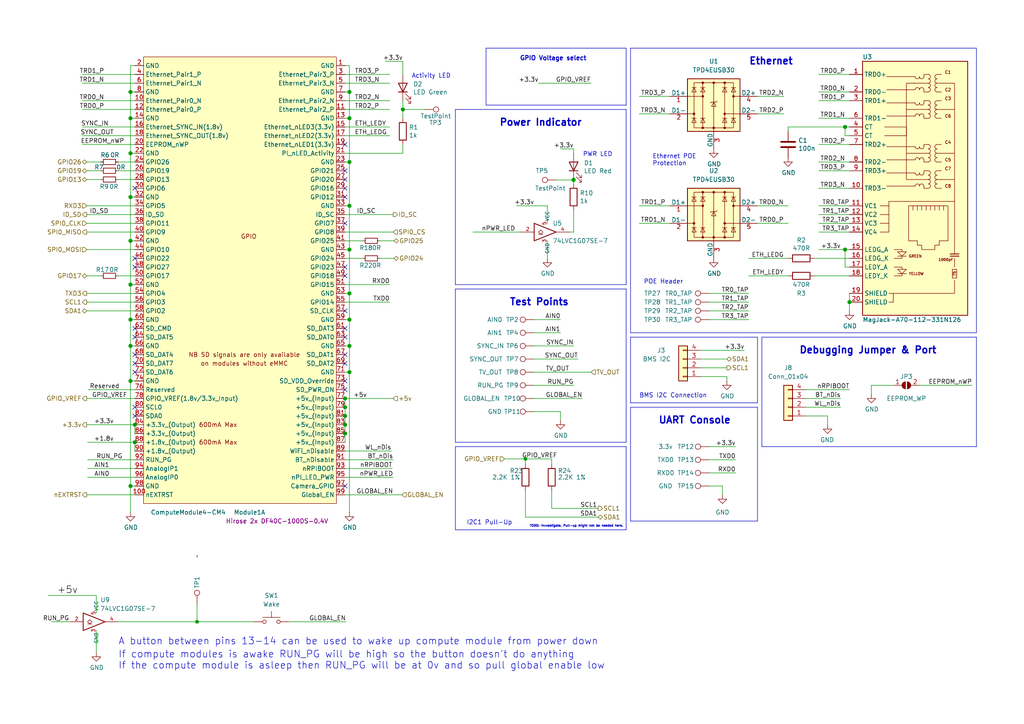
<source format=kicad_sch>
(kicad_sch (version 20211123) (generator eeschema)
  (paper "A4")
  (junction (at 37.846 92.71) (diameter 1.016))
  (junction (at 101.346 59.69) (diameter 1.016))
  (junction (at 152.4 133.096))
  (junction (at 101.346 46.99) (diameter 1.016))
  (junction (at 101.346 72.39) (diameter 1.016))
  (junction (at 246.38 87.63) (diameter 1.016))
  (junction (at 101.346 26.67) (diameter 1.016))
  (junction (at 245.11 36.83) (diameter 1.016))
  (junction (at 100.076 125.73) (diameter 1.016))
  (junction (at 101.346 85.09) (diameter 1.016))
  (junction (at 37.846 69.85) (diameter 1.016))
  (junction (at 57.15 180.34))
  (junction (at 37.846 26.67) (diameter 1.016))
  (junction (at 100.076 120.65) (diameter 1.016))
  (junction (at 245.11 72.39) (diameter 1.016))
  (junction (at 37.846 100.33) (diameter 1.016))
  (junction (at 37.846 44.45) (diameter 1.016))
  (junction (at 39.116 123.19) (diameter 1.016))
  (junction (at 166.37 52.07))
  (junction (at 116.84 31.75) (diameter 1.016))
  (junction (at 101.346 107.95) (diameter 1.016))
  (junction (at 101.346 34.29) (diameter 1.016))
  (junction (at 166.37 52.197) (diameter 1.016))
  (junction (at 101.346 92.71) (diameter 1.016))
  (junction (at 100.076 115.57) (diameter 1.016))
  (junction (at 100.076 123.19) (diameter 1.016))
  (junction (at 101.346 100.33) (diameter 1.016))
  (junction (at 37.846 82.55) (diameter 1.016))
  (junction (at 39.116 128.27) (diameter 1.016))
  (junction (at 37.846 110.49) (diameter 1.016))
  (junction (at 37.846 34.29) (diameter 1.016))
  (junction (at 37.846 57.15) (diameter 1.016))
  (junction (at 37.846 140.97) (diameter 1.016))
  (junction (at 100.076 118.11) (diameter 1.016))
  (no_connect (at 39.116 77.47))
  (no_connect (at 39.116 74.93))
  (no_connect (at 39.116 95.25))
  (no_connect (at 100.076 49.53))
  (no_connect (at 100.076 52.07))
  (no_connect (at 100.076 54.61))
  (no_connect (at 100.076 77.47))
  (no_connect (at 100.076 80.01))
  (no_connect (at 100.076 90.17))
  (no_connect (at 39.116 54.61))
  (no_connect (at 100.076 102.87))
  (no_connect (at 100.076 105.41))
  (no_connect (at 100.076 113.03))
  (no_connect (at 100.076 95.25))
  (no_connect (at 100.076 97.79))
  (no_connect (at 100.076 57.15))
  (no_connect (at 100.076 64.77))
  (no_connect (at 100.076 110.49))
  (no_connect (at 39.116 120.65))
  (no_connect (at 39.116 118.11))
  (no_connect (at 100.076 140.97))
  (no_connect (at 39.116 97.79))
  (no_connect (at 100.076 41.91))
  (no_connect (at 39.116 107.95))
  (no_connect (at 39.116 105.41))
  (no_connect (at 39.116 102.87))
  (polyline (pts (xy 181.61 129.54) (xy 181.61 153.67)) (stroke (width 0) (type solid)))
  (polyline (pts (xy 132.08 82.55) (xy 132.08 31.75)) (stroke (width 0) (type solid)))
  (wire (pts (xy 23.876 36.83) (xy 39.116 36.83)))
  (wire (pts (xy 37.846 57.15) (xy 39.116 57.15)))
  (wire (pts (xy 100.076 44.45) (xy 116.84 44.45)))
  (wire (pts (xy 237.49 21.59) (xy 246.38 21.59)))
  (wire (pts (xy 210.82 110.49) (xy 210.82 109.22)))
  (wire (pts (xy 34.29 49.53) (xy 39.116 49.53)))
  (wire (pts (xy 110.236 69.85) (xy 114.3 69.85)))
  (wire (pts (xy 152.4 133.096) (xy 152.4 134.62)))
  (wire (pts (xy 101.346 107.95) (xy 101.346 148.59)))
  (wire (pts (xy 100.076 21.59) (xy 113.03 21.59)))
  (polyline (pts (xy 181.61 30.48) (xy 142.24 30.48)) (stroke (width 0) (type solid)))
  (wire (pts (xy 237.49 34.29) (xy 246.38 34.29)))
  (polyline (pts (xy 219.71 151.13) (xy 182.88 151.13)) (stroke (width 0) (type solid)))
  (polyline (pts (xy 283.21 97.79) (xy 283.21 129.54)) (stroke (width 0) (type solid)))
  (wire (pts (xy 83.82 180.34) (xy 100.33 180.34)))
  (wire (pts (xy 245.11 72.39) (xy 246.38 72.39)))
  (wire (pts (xy 217.17 92.71) (xy 205.74 92.71)))
  (wire (pts (xy 101.346 46.99) (xy 101.346 59.69)))
  (wire (pts (xy 160.02 142.24) (xy 160.02 147.447)))
  (wire (pts (xy 37.846 44.45) (xy 37.846 57.15)))
  (wire (pts (xy 34.29 180.34) (xy 57.15 180.34)))
  (polyline (pts (xy 283.21 13.97) (xy 283.21 96.52)) (stroke (width 0) (type solid)))
  (wire (pts (xy 100.076 85.09) (xy 101.346 85.09)))
  (wire (pts (xy 100.076 74.93) (xy 105.156 74.93)))
  (polyline (pts (xy 142.24 13.97) (xy 140.97 13.97)) (stroke (width 0) (type solid)))
  (wire (pts (xy 158.75 59.69) (xy 149.86 59.69)))
  (polyline (pts (xy 182.88 97.79) (xy 182.88 116.84)) (stroke (width 0) (type solid)))
  (wire (pts (xy 25.146 85.09) (xy 39.116 85.09)))
  (wire (pts (xy 27.94 172.72) (xy 27.94 177.8)))
  (wire (pts (xy 25.146 59.69) (xy 39.116 59.69)))
  (wire (pts (xy 25.4 138.43) (xy 39.116 138.43)))
  (polyline (pts (xy 220.98 97.79) (xy 283.21 97.79)) (stroke (width 0) (type solid)))
  (wire (pts (xy 34.29 80.01) (xy 39.116 80.01)))
  (polyline (pts (xy 181.61 83.82) (xy 181.61 128.27)) (stroke (width 0) (type solid)))
  (wire (pts (xy 203.2 109.22) (xy 210.82 109.22)))
  (polyline (pts (xy 132.08 83.82) (xy 181.61 83.82)) (stroke (width 0) (type solid)))
  (wire (pts (xy 154.94 115.57) (xy 168.91 115.57)))
  (polyline (pts (xy 132.08 128.27) (xy 132.08 83.82)) (stroke (width 0) (type solid)))
  (wire (pts (xy 217.17 90.17) (xy 205.74 90.17)))
  (wire (pts (xy 228.6 38.1) (xy 228.6 36.83)))
  (wire (pts (xy 100.076 34.29) (xy 101.346 34.29)))
  (wire (pts (xy 25.146 115.57) (xy 39.116 115.57)))
  (wire (pts (xy 266.7 111.76) (xy 281.94 111.76)))
  (wire (pts (xy 101.346 85.09) (xy 101.346 92.71)))
  (wire (pts (xy 160.02 133.096) (xy 160.02 134.62)))
  (wire (pts (xy 37.846 19.05) (xy 37.846 26.67)))
  (polyline (pts (xy 283.21 129.54) (xy 220.98 129.54)) (stroke (width 0) (type solid)))
  (wire (pts (xy 100.076 36.83) (xy 113.03 36.83)))
  (wire (pts (xy 152.4 149.987) (xy 173.482 149.987)))
  (wire (pts (xy 154.94 111.76) (xy 166.37 111.76)))
  (wire (pts (xy 34.29 46.99) (xy 39.116 46.99)))
  (polyline (pts (xy 181.61 128.27) (xy 132.08 128.27)) (stroke (width 0) (type solid)))
  (wire (pts (xy 205.74 85.09) (xy 217.17 85.09)))
  (wire (pts (xy 154.94 100.33) (xy 166.37 100.33)))
  (wire (pts (xy 37.846 69.85) (xy 39.116 69.85)))
  (wire (pts (xy 100.076 19.05) (xy 101.346 19.05)))
  (wire (pts (xy 25.4 133.35) (xy 39.116 133.35)))
  (wire (pts (xy 100.076 107.95) (xy 101.346 107.95)))
  (wire (pts (xy 205.74 87.63) (xy 217.17 87.63)))
  (wire (pts (xy 252.73 114.3) (xy 252.73 111.76)))
  (wire (pts (xy 236.22 74.93) (xy 246.38 74.93)))
  (wire (pts (xy 233.68 113.03) (xy 246.38 113.03)))
  (wire (pts (xy 23.876 39.37) (xy 39.116 39.37)))
  (wire (pts (xy 237.49 59.69) (xy 246.38 59.69)))
  (wire (pts (xy 152.4 142.24) (xy 152.4 149.987)))
  (wire (pts (xy 25.146 87.63) (xy 39.116 87.63)))
  (wire (pts (xy 39.116 67.31) (xy 25.146 67.31)))
  (wire (pts (xy 100.076 46.99) (xy 101.346 46.99)))
  (wire (pts (xy 100.076 138.43) (xy 114.046 138.43)))
  (wire (pts (xy 100.076 26.67) (xy 101.346 26.67)))
  (wire (pts (xy 236.22 80.01) (xy 246.38 80.01)))
  (wire (pts (xy 39.116 72.39) (xy 25.146 72.39)))
  (wire (pts (xy 100.076 24.13) (xy 113.03 24.13)))
  (wire (pts (xy 39.116 19.05) (xy 37.846 19.05)))
  (wire (pts (xy 166.37 43.18) (xy 162.56 43.18)))
  (wire (pts (xy 25.4 128.27) (xy 39.116 128.27)))
  (wire (pts (xy 100.076 120.65) (xy 100.076 123.19)))
  (wire (pts (xy 100.076 130.81) (xy 113.538 130.81)))
  (wire (pts (xy 39.116 128.27) (xy 39.37 128.27)))
  (polyline (pts (xy 132.08 31.75) (xy 181.61 31.75)) (stroke (width 0) (type solid)))
  (wire (pts (xy 205.74 129.54) (xy 213.36 129.54)))
  (wire (pts (xy 39.116 140.97) (xy 37.846 140.97)))
  (wire (pts (xy 34.29 52.07) (xy 39.116 52.07)))
  (wire (pts (xy 205.74 140.97) (xy 209.55 140.97)))
  (wire (pts (xy 13.97 172.72) (xy 27.94 172.72)))
  (wire (pts (xy 110.236 74.93) (xy 114.3 74.93)))
  (wire (pts (xy 194.31 64.77) (xy 185.42 64.77)))
  (wire (pts (xy 100.076 115.57) (xy 114.046 115.57)))
  (wire (pts (xy 101.346 92.71) (xy 101.346 100.33)))
  (wire (pts (xy 37.846 82.55) (xy 39.116 82.55)))
  (wire (pts (xy 100.076 62.23) (xy 114.046 62.23)))
  (wire (pts (xy 209.55 140.97) (xy 209.55 143.51)))
  (wire (pts (xy 101.346 72.39) (xy 101.346 85.09)))
  (wire (pts (xy 166.37 44.45) (xy 166.37 43.18)))
  (wire (pts (xy 237.49 67.31) (xy 246.38 67.31)))
  (wire (pts (xy 37.846 92.71) (xy 39.116 92.71)))
  (wire (pts (xy 100.076 69.85) (xy 105.156 69.85)))
  (polyline (pts (xy 140.97 30.48) (xy 140.97 13.97)) (stroke (width 0) (type solid)))
  (wire (pts (xy 37.846 110.49) (xy 37.846 140.97)))
  (wire (pts (xy 237.49 62.23) (xy 246.38 62.23)))
  (wire (pts (xy 245.11 77.47) (xy 245.11 72.39)))
  (polyline (pts (xy 181.61 13.97) (xy 181.61 30.48)) (stroke (width 0) (type solid)))
  (wire (pts (xy 246.38 85.09) (xy 246.38 87.63)))
  (wire (pts (xy 100.076 125.73) (xy 100.076 128.27)))
  (wire (pts (xy 25.146 62.23) (xy 39.116 62.23)))
  (wire (pts (xy 205.74 137.16) (xy 213.36 137.16)))
  (wire (pts (xy 25.146 80.01) (xy 29.21 80.01)))
  (wire (pts (xy 25.146 46.99) (xy 29.21 46.99)))
  (wire (pts (xy 100.076 59.69) (xy 101.346 59.69)))
  (wire (pts (xy 237.49 64.77) (xy 246.38 64.77)))
  (wire (pts (xy 100.076 118.11) (xy 100.076 120.65)))
  (wire (pts (xy 25.4 135.89) (xy 39.116 135.89)))
  (wire (pts (xy 158.75 69.85) (xy 158.75 74.93)))
  (wire (pts (xy 166.37 60.96) (xy 166.37 67.31)))
  (wire (pts (xy 156.21 24.13) (xy 171.45 24.13)))
  (wire (pts (xy 100.076 29.21) (xy 113.03 29.21)))
  (wire (pts (xy 100.076 135.89) (xy 113.792 135.89)))
  (wire (pts (xy 100.076 123.19) (xy 100.076 125.73)))
  (wire (pts (xy 23.876 41.91) (xy 39.116 41.91)))
  (wire (pts (xy 23.876 21.59) (xy 39.116 21.59)))
  (wire (pts (xy 160.02 147.447) (xy 173.482 147.447)))
  (wire (pts (xy 237.49 26.67) (xy 246.38 26.67)))
  (wire (pts (xy 100.076 31.75) (xy 113.03 31.75)))
  (wire (pts (xy 166.37 52.07) (xy 166.37 52.197)))
  (wire (pts (xy 237.49 72.39) (xy 245.11 72.39)))
  (wire (pts (xy 203.2 101.6) (xy 215.9 101.6)))
  (wire (pts (xy 219.71 59.69) (xy 228.6 59.69)))
  (wire (pts (xy 100.076 39.37) (xy 113.03 39.37)))
  (wire (pts (xy 228.6 36.83) (xy 245.11 36.83)))
  (wire (pts (xy 37.846 100.33) (xy 39.116 100.33)))
  (wire (pts (xy 166.37 67.31) (xy 165.1 67.31)))
  (wire (pts (xy 100.076 82.55) (xy 113.03 82.55)))
  (wire (pts (xy 100.076 67.31) (xy 114.046 67.31)))
  (wire (pts (xy 154.94 92.71) (xy 162.56 92.71)))
  (wire (pts (xy 185.42 27.94) (xy 194.31 27.94)))
  (wire (pts (xy 25.146 143.51) (xy 39.116 143.51)))
  (wire (pts (xy 233.68 115.57) (xy 243.84 115.57)))
  (polyline (pts (xy 181.61 82.55) (xy 132.08 82.55)) (stroke (width 0) (type solid)))
  (wire (pts (xy 57.15 180.34) (xy 73.66 180.34)))
  (polyline (pts (xy 219.71 97.79) (xy 219.71 116.84)) (stroke (width 0) (type solid)))
  (wire (pts (xy 152.4 133.096) (xy 160.02 133.096)))
  (wire (pts (xy 101.346 26.67) (xy 101.346 34.29)))
  (polyline (pts (xy 283.21 96.52) (xy 182.88 96.52)) (stroke (width 0) (type solid)))
  (wire (pts (xy 39.116 125.73) (xy 39.116 123.19)))
  (wire (pts (xy 237.49 41.91) (xy 246.38 41.91)))
  (wire (pts (xy 158.75 64.77) (xy 158.75 59.69)))
  (polyline (pts (xy 182.88 151.13) (xy 182.88 118.11)) (stroke (width 0) (type solid)))
  (polyline (pts (xy 142.24 13.97) (xy 181.61 13.97)) (stroke (width 0) (type solid)))
  (wire (pts (xy 116.84 31.75) (xy 116.84 29.21)))
  (polyline (pts (xy 219.71 116.84) (xy 182.88 116.84)) (stroke (width 0) (type solid)))
  (wire (pts (xy 217.17 80.01) (xy 228.6 80.01)))
  (wire (pts (xy 161.3662 52.197) (xy 166.37 52.197)))
  (polyline (pts (xy 182.88 97.79) (xy 219.71 97.79)) (stroke (width 0) (type solid)))
  (wire (pts (xy 39.116 130.81) (xy 39.116 128.27)))
  (polyline (pts (xy 181.61 153.67) (xy 132.08 153.67)) (stroke (width 0) (type solid)))
  (wire (pts (xy 101.346 59.69) (xy 101.346 72.39)))
  (wire (pts (xy 166.37 52.197) (xy 166.37 53.34)))
  (wire (pts (xy 116.84 21.59) (xy 116.84 17.78)))
  (wire (pts (xy 219.71 33.02) (xy 227.33 33.02)))
  (wire (pts (xy 100.076 100.33) (xy 101.346 100.33)))
  (wire (pts (xy 100.076 143.51) (xy 116.586 143.51)))
  (wire (pts (xy 37.846 110.49) (xy 39.116 110.49)))
  (wire (pts (xy 240.03 123.19) (xy 240.03 120.65)))
  (wire (pts (xy 100.076 133.35) (xy 114.046 133.35)))
  (wire (pts (xy 37.846 44.45) (xy 39.116 44.45)))
  (polyline (pts (xy 182.88 118.11) (xy 219.71 118.11)) (stroke (width 0) (type solid)))
  (polyline (pts (xy 182.88 96.52) (xy 182.88 13.97)) (stroke (width 0) (type solid)))
  (wire (pts (xy 100.076 115.57) (xy 100.076 118.11)))
  (wire (pts (xy 219.71 27.94) (xy 227.33 27.94)))
  (polyline (pts (xy 181.61 31.75) (xy 181.61 82.55)) (stroke (width 0) (type solid)))
  (wire (pts (xy 217.17 74.93) (xy 228.6 74.93)))
  (wire (pts (xy 39.116 34.29) (xy 37.846 34.29)))
  (wire (pts (xy 101.346 34.29) (xy 101.346 46.99)))
  (wire (pts (xy 233.68 118.11) (xy 243.84 118.11)))
  (wire (pts (xy 23.876 29.21) (xy 39.116 29.21)))
  (wire (pts (xy 185.42 33.02) (xy 194.31 33.02)))
  (wire (pts (xy 25.146 52.07) (xy 29.21 52.07)))
  (wire (pts (xy 37.846 34.29) (xy 37.846 44.45)))
  (polyline (pts (xy 140.97 30.48) (xy 142.24 30.48)) (stroke (width 0) (type solid)))
  (wire (pts (xy 25.146 90.17) (xy 39.116 90.17)))
  (wire (pts (xy 100.076 92.71) (xy 101.346 92.71)))
  (wire (pts (xy 39.116 26.67) (xy 37.846 26.67)))
  (wire (pts (xy 25.146 49.53) (xy 29.21 49.53)))
  (wire (pts (xy 27.94 182.88) (xy 27.94 189.23)))
  (wire (pts (xy 37.846 82.55) (xy 37.846 92.71)))
  (wire (pts (xy 246.38 87.63) (xy 246.38 90.17)))
  (wire (pts (xy 25.6032 113.03) (xy 39.116 113.03)))
  (wire (pts (xy 146.304 133.096) (xy 152.4 133.096)))
  (polyline (pts (xy 220.98 97.79) (xy 220.98 129.54)) (stroke (width 0) (type solid)))
  (wire (pts (xy 162.56 119.38) (xy 162.56 121.92)))
  (wire (pts (xy 111.76 17.78) (xy 116.84 17.78)))
  (wire (pts (xy 37.846 92.71) (xy 37.846 100.33)))
  (wire (pts (xy 246.38 77.47) (xy 245.11 77.47)))
  (wire (pts (xy 154.94 107.95) (xy 171.45 107.95)))
  (wire (pts (xy 37.846 100.33) (xy 37.846 110.49)))
  (wire (pts (xy 101.346 19.05) (xy 101.346 26.67)))
  (wire (pts (xy 37.846 140.97) (xy 37.846 148.59)))
  (wire (pts (xy 25.146 123.19) (xy 39.116 123.19)))
  (wire (pts (xy 237.49 54.61) (xy 246.38 54.61)))
  (wire (pts (xy 185.42 59.69) (xy 194.31 59.69)))
  (wire (pts (xy 246.38 39.37) (xy 245.11 39.37)))
  (wire (pts (xy 137.16 67.31) (xy 151.13 67.31)))
  (wire (pts (xy 240.03 120.65) (xy 233.68 120.65)))
  (wire (pts (xy 245.11 39.37) (xy 245.11 36.83)))
  (wire (pts (xy 37.846 57.15) (xy 37.846 69.85)))
  (polyline (pts (xy 132.08 129.54) (xy 181.61 129.54)) (stroke (width 0) (type solid)))
  (wire (pts (xy 101.346 100.33) (xy 101.346 107.95)))
  (wire (pts (xy 154.94 104.14) (xy 167.64 104.14)))
  (wire (pts (xy 205.74 133.35) (xy 213.36 133.35)))
  (polyline (pts (xy 219.71 118.11) (xy 219.71 151.13)) (stroke (width 0) (type solid)))
  (wire (pts (xy 23.876 24.13) (xy 39.116 24.13)))
  (wire (pts (xy 14.986 180.34) (xy 20.32 180.34)))
  (wire (pts (xy 203.2 106.68) (xy 210.82 106.68)))
  (wire (pts (xy 237.49 49.53) (xy 246.38 49.53)))
  (wire (pts (xy 246.38 36.83) (xy 245.11 36.83)))
  (polyline (pts (xy 132.08 129.54) (xy 132.08 153.67)) (stroke (width 0) (type solid)))
  (wire (pts (xy 123.19 31.75) (xy 116.84 31.75)))
  (wire (pts (xy 154.94 119.38) (xy 162.56 119.38)))
  (wire (pts (xy 116.84 34.29) (xy 116.84 31.75)))
  (wire (pts (xy 154.94 96.52) (xy 162.56 96.52)))
  (wire (pts (xy 116.84 44.45) (xy 116.84 41.91)))
  (wire (pts (xy 237.49 46.99) (xy 246.38 46.99)))
  (wire (pts (xy 219.71 64.77) (xy 228.6 64.77)))
  (wire (pts (xy 203.2 104.14) (xy 210.82 104.14)))
  (wire (pts (xy 100.076 87.63) (xy 113.03 87.63)))
  (wire (pts (xy 57.15 175.26) (xy 57.15 180.34)))
  (wire (pts (xy 23.876 31.75) (xy 39.116 31.75)))
  (wire (pts (xy 39.116 64.77) (xy 25.146 64.77)))
  (wire (pts (xy 37.846 69.85) (xy 37.846 82.55)))
  (wire (pts (xy 100.076 72.39) (xy 101.346 72.39)))
  (polyline (pts (xy 182.88 13.97) (xy 283.21 13.97)) (stroke (width 0) (type solid)))
  (wire (pts (xy 237.49 29.21) (xy 246.38 29.21)))
  (wire (pts (xy 252.73 111.76) (xy 259.08 111.76)))
  (wire (pts (xy 37.846 26.67) (xy 37.846 34.29)))
  (text "Power Indicator" (at 168.91 36.83 180) (effects (font (size 2 2) (thickness 0.4) bold) (justify right bottom)))
  (text "PWR LED" (at 169.037 45.593 0) (effects (font (size 1.27 1.27)) (justify left bottom)))
  (text "Ethernet POE\nProtection" (at 189.23 48.26 0) (effects (font (size 1.27 1.27)) (justify left bottom)))
  (text "Debugging Jumper & Port" (at 271.78 102.87 180) (effects (font (size 2 2) (thickness 0.4) bold) (justify right bottom)))
  (text "POE Header" (at 186.69 82.55 0) (effects (font (size 1.27 1.27)) (justify left bottom)))
  (text "UART Console" (at 212.09 123.19 180) (effects (font (size 2 2) (thickness 0.4) bold) (justify right bottom)))
  (text "GPIO Voltage select\n" (at 170.18 17.78 180) (effects (font (size 1.27 1.27) (thickness 0.254) bold) (justify right bottom)))
  (text "Ethernet" (at 217.17 19.05 0) (effects (font (size 2.0066 2.0066) (thickness 0.4013) bold) (justify left bottom)))
  (text "Activity LED" (at 119.38 22.86 0) (effects (font (size 1.27 1.27)) (justify left bottom)))
  (text "I2C1 Pull-Up" (at 148.59 152.4 180) (effects (font (size 1.27 1.27)) (justify right bottom)))
  (text "A button between pins 13-14 can be used to wake up compute module from power down\n\n" (at 34.29 190.5 0) (effects (font (size 2.007 2.007)) (justify left bottom)))
  (text "If compute modules is awake RUN_PG will be high so the button doesn't do anything\nIf the compute module is asleep then RUN_PG will be at 0v and so pull global enable low" (at 34.29 194.31 0) (effects (font (size 2.007 2.007)) (justify left bottom)))
  (text "TODO: Invvestigate. Pull-up might not be needed here." (at 180.848 153.035 180) (effects (font (size 0.64 0.64)) (justify right bottom)))
  (text "Test Points" (at 165.1 88.9 180) (effects (font (size 2 2) (thickness 0.4) bold) (justify right bottom)))
  (text "BMS I2C Connection" (at 185.42 115.57 0) (effects (font (size 1.27 1.27)) (justify left bottom)))
  (label "GLOBAL_EN" (at 168.91 115.57 180))
  (label "TRD1_N" (at 193.04 64.77 180))
  (label "TRD2_P" (at 245.11 41.91 180))
  (label "BT_nDis" (at 243.84 115.57 180))
  (label "TRD2_N" (at 245.11 46.99 180))
  (label "+3.3v" (at 215.9 101.6 180))
  (label "TR2_TAP" (at 246.38 64.77 180))
  (label "ID_SC" (at 108.966 62.23 180))
  (label "TRD1_P" (at 245.11 29.21 180))
  (label "TRD1_P" (at 30.226 21.59 180))
  (label "Reserved" (at 34.671 113.03 180))
  (label "+3.3v" (at 156.21 24.13 180))
  (label "TR1_TAP" (at 217.17 87.63 180))
  (label "nPWR_LED" (at 114.046 138.43 180))
  (label "+5v" (at 16.51 172.72 0) (effects (font (size 2.0066 2.0066))))
  (label "WL_nDis" (at 243.84 118.11 180))
  (label "BT_nDis" (at 114.046 133.35 180))
  (label "+3.3v" (at 213.36 129.54 180))
  (label "EEPROM_nWP" (at 36.068 41.91 180))
  (label "TRD0_N" (at 227.33 59.69 180))
  (label "AIN0" (at 162.56 92.71 180))
  (label "RXD0" (at 213.36 137.16 180))
  (label "SYNC_IN" (at 31.496 36.83 180))
  (label "TRD3_N" (at 193.04 33.02 180))
  (label "TRD2_P" (at 102.87 31.75 0))
  (label "nRPIBOOT" (at 113.792 135.89 180))
  (label "GPIO_VREF" (at 26.67 115.57 0))
  (label "TRD3_N" (at 102.87 24.13 0))
  (label "TR0_TAP" (at 246.38 59.69 180))
  (label "SDA1" (at 173.228 149.987 180))
  (label "TRD0_P" (at 227.33 64.77 180))
  (label "AIN1" (at 162.56 96.52 180))
  (label "TRD2_N" (at 227.33 27.94 180))
  (label "GPIO_VREF" (at 171.45 24.13 180))
  (label "TRD0_P" (at 245.11 21.59 180))
  (label "TRD2_P" (at 227.33 33.02 180))
  (label "ETH_LEDG" (at 227.33 74.93 180))
  (label "+3.3v" (at 166.37 43.18 180))
  (label "GPIO_VREF" (at 151.384 133.096 0))
  (label "AIN1" (at 31.75 135.89 180))
  (label "TRD3_N" (at 245.11 54.61 180))
  (label "TR2_TAP" (at 217.17 90.17 180))
  (label "SYNC_IN" (at 166.37 100.33 180))
  (label "TRD0_N" (at 30.226 29.21 180))
  (label "RUN_PG" (at 166.37 111.76 180))
  (label "TRD1_N" (at 245.11 34.29 180))
  (label "TXD0" (at 213.36 133.35 180))
  (label "TR3_TAP" (at 217.17 92.71 180))
  (label "nPWR_LED" (at 139.7 67.31 0))
  (label "+3.3v" (at 33.02 123.19 180))
  (label "+5v" (at 106.426 115.57 180))
  (label "SYNC_OUT" (at 33.02 39.37 180))
  (label "TXD0" (at 113.03 87.63 180))
  (label "EEPROM_nWP" (at 281.94 111.76 180))
  (label "SYNC_OUT" (at 167.64 104.14 180))
  (label "SCL1" (at 173.228 147.447 180))
  (label "GLOBAL_EN" (at 114.046 143.51 180))
  (label "GLOBAL_EN" (at 100.33 180.34 180))
  (label "+1.8v" (at 33.02 128.27 180))
  (label "TV_OUT" (at 165.1 107.95 180))
  (label "RUN_PG" (at 35.56 133.35 180))
  (label "TRD3_P" (at 245.11 49.53 180))
  (label "TRD3_P" (at 102.87 21.59 0))
  (label "TR0_TAP" (at 217.17 85.09 180))
  (label "TRD1_N" (at 30.226 24.13 180))
  (label "ETH_LEDG" (at 102.87 39.37 0))
  (label "TR1_TAP" (at 246.38 62.23 180))
  (label "RXD0" (at 113.03 82.55 180))
  (label "+3.3v" (at 116.84 17.78 180))
  (label "ETH_LEDY" (at 102.87 36.83 0))
  (label "+3.3v" (at 243.84 72.39 180))
  (label "WL_nDis" (at 113.538 130.81 180))
  (label "ID_SD" (at 31.496 62.23 180))
  (label "TRD2_N" (at 102.87 29.21 0))
  (label "nRPIBOOT" (at 246.38 113.03 180))
  (label "+3.3v" (at 154.94 59.69 180))
  (label "TRD3_P" (at 193.04 27.94 180))
  (label "RUN_PG" (at 20.066 180.34 180))
  (label "TRD1_P" (at 193.04 59.69 180))
  (label "TRD0_N" (at 245.11 26.67 180))
  (label "TRD0_P" (at 30.226 31.75 180))
  (label "ETH_LEDY" (at 227.33 80.01 180))
  (label "AIN0" (at 31.75 138.43 180))
  (label "TR3_TAP" (at 246.38 67.31 180))
  (hierarchical_label "+5v" (shape input) (at 114.046 115.57 0))
  (hierarchical_label "GLOBAL_EN" (shape input) (at 116.586 143.51 0))
  (hierarchical_label "ID_SC" (shape output) (at 114.046 62.23 0))
  (hierarchical_label "SCL1" (shape output) (at 210.82 106.68 0))
  (hierarchical_label "SDA1" (shape bidirectional) (at 173.482 149.987 0))
  (hierarchical_label "SDA1" (shape bidirectional) (at 210.82 104.14 0))
  (hierarchical_label "GPIO26" (shape bidirectional) (at 25.146 46.99 180))
  (hierarchical_label "SPI0_MISO" (shape output) (at 25.146 67.31 180))
  (hierarchical_label "GPIO_VREF" (shape input) (at 146.304 133.096 180))
  (hierarchical_label "GPIO13" (shape bidirectional) (at 25.146 52.07 180))
  (hierarchical_label "RXD3" (shape input) (at 25.146 59.69 180))
  (hierarchical_label "GPIO19" (shape bidirectional) (at 25.146 49.53 180))
  (hierarchical_label "SDA1" (shape bidirectional) (at 25.146 90.17 180))
  (hierarchical_label "SPI0_MOSI" (shape input) (at 25.146 72.39 180))
  (hierarchical_label "SPI0_CLK" (shape input) (at 25.146 64.77 180))
  (hierarchical_label "GPIO25" (shape bidirectional) (at 114.3 69.85 0))
  (hierarchical_label "SCL1" (shape output) (at 173.482 147.447 0))
  (hierarchical_label "TXD3" (shape output) (at 25.146 85.09 180))
  (hierarchical_label "GPIO17" (shape bidirectional) (at 25.146 80.01 180))
  (hierarchical_label "TV_OUT" (shape input) (at 171.45 107.95 0))
  (hierarchical_label "GPIO24" (shape bidirectional) (at 114.3 74.93 0))
  (hierarchical_label "SPI0_CS" (shape input) (at 114.046 67.31 0))
  (hierarchical_label "ID_SD" (shape output) (at 25.146 62.23 180))
  (hierarchical_label "GPIO_VREF" (shape output) (at 25.146 115.57 180))
  (hierarchical_label "SCL1" (shape output) (at 25.146 87.63 180))
  (hierarchical_label "nEXTRST" (shape output) (at 25.146 143.51 180))
  (hierarchical_label "+3.3v" (shape output) (at 25.146 123.19 180))
  (symbol (lib_id "Teapot:74LVC1G07") (at 158.75 67.31 0) (unit 1)
    (property "Reference" "U5" (at 160.274 64.77 0) (effects (justify left)))
    (property "Value" "74LVC1G07SE-7" (at 160.274 69.85 0) (effects (justify left)))
    (property "Footprint" "Package_TO_SOT_SMD:SOT-353_SC-70-5" (effects hide))
    (property "Datasheet" "http://www.ti.com/lit/sg/scyt129e/scyt129e.pdf" (effects hide))
    (property "Field4" "Farnell" (effects hide))
    (property "Field5" "2425492" (effects hide))
    (property "Field6" "74LVC1G07SE-7" (effects hide))
    (property "Field7" "Diodes" (effects hide))
    (property "Part Description" "Buffer, Non-Inverting 1 Element 1 Bit per Element Open Drain Output SOT-353" (effects hide))
  )
  (symbol (lib_id "Teapot:74LVC1G07") (at 27.94 180.34 0) (unit 1)
    (property "Reference" "U9" (at 30.48 173.99 0))
    (property "Value" "74LVC1G07SE-7" (at 37.084 176.53 0))
    (property "Footprint" "Package_TO_SOT_SMD:SOT-353_SC-70-5" (effects hide))
    (property "Datasheet" "http://www.ti.com/lit/sg/scyt129e/scyt129e.pdf" (effects hide))
    (property "Field4" "Farnell" (effects hide))
    (property "Field5" "2425492" (effects hide))
    (property "Field6" "74LVC1G07SE-7" (effects hide))
    (property "Field7" "Diodes" (effects hide))
    (property "Part Description" "Buffer, Non-Inverting 1 Element 1 Bit per Element Open Drain Output SOT-353" (effects hide))
  )
  (symbol (lib_id "power:GND") (at 27.94 189.23 0) (unit 1)
    (property "Reference" "#PWR027" (effects hide))
    (property "Value" "GND" (at 28.067 193.6242 0))
  )
  (symbol (lib_id "Teapot:MagJack-A70-112-331N126") (at 267.97 92.71 0) (unit 1)
    (property "Reference" "U3" (at 250.19 16.51 0) (effects (justify left)))
    (property "Value" "MagJack-A70-112-331N126" (at 250.19 92.71 0) (effects (justify left)))
    (property "Footprint" "Teapot:TRJG0926HENL" (effects hide))
    (property "Datasheet" "https://p.globalsources.com/IMAGES/PDT/SPEC/690/K1160305690.pdf" (effects hide))
    (property "Field6" "TRJG0926HENL" (effects hide))
    (property "Field7" "Trxcon" (effects hide))
    (property "Field8" "UCON00900" (effects hide))
    (property "Part Description" "Gigabit Ethernet Magjack" (effects hide))
  )
  (symbol (lib_id "Device:C") (at 228.6 41.91 0) (unit 1)
    (property "Reference" "C1" (at 231.521 40.7416 0) (effects (justify left)))
    (property "Value" "100n" (at 231.521 43.053 0) (effects (justify left)))
    (property "Footprint" "Capacitor_SMD:C_0402_1005Metric" (effects hide))
    (property "Datasheet" "https://search.murata.co.jp/Ceramy/image/img/A01X/G101/ENG/GRM155R71C104KA88-01.pdf" (effects hide))
    (property "Field4" "Farnell" (effects hide))
    (property "Field5" "2611911" (effects hide))
    (property "Field6" "RM EMK105 B7104KV-F" (effects hide))
    (property "Field7" "TAIYO YUDEN EUROPE GMBH" (effects hide))
    (property "Part Description" "	0.1uF 10% 16V Ceramic Capacitor X7R 0402 (1005 Metric)" (effects hide))
    (property "Field8" "110091611" (effects hide))
  )
  (symbol (lib_id "power:GND") (at 228.6 45.72 0) (unit 1)
    (property "Reference" "#PWR0103" (effects hide))
    (property "Value" "GND" (at 228.727 50.1142 0))
  )
  (symbol (lib_id "Device:R") (at 232.41 74.93 270) (unit 1)
    (property "Reference" "R2" (at 232.41 69.6722 90))
    (property "Value" "470R" (at 232.41 71.9836 90))
    (property "Footprint" "Resistor_SMD:R_0402_1005Metric" (effects hide))
    (property "Datasheet" "https://fscdn.rohm.com/en/products/databook/datasheet/passive/resistor/chip_resistor/mcr-e.pdf" (effects hide))
    (property "Field4" "Farnell" (effects hide))
    (property "Field5" "9239197" (effects hide))
    (property "Field7" "KOA EUROPE GMBH" (effects hide))
    (property "Field6" "RK73G1ETQTP4700D         " (effects hide))
    (property "Field8" "120887981" (effects hide))
    (property "Part Description" "Resistor 470R M1005 1% 63mW" (effects hide))
  )
  (symbol (lib_id "Device:R") (at 232.41 80.01 270) (unit 1)
    (property "Reference" "R3" (at 232.41 85.09 90))
    (property "Value" "470R" (at 232.41 82.55 90))
    (property "Footprint" "Resistor_SMD:R_0402_1005Metric" (effects hide))
    (property "Datasheet" "https://fscdn.rohm.com/en/products/databook/datasheet/passive/resistor/chip_resistor/mcr-e.pdf" (effects hide))
    (property "Field4" "Farnell" (effects hide))
    (property "Field5" "9239197" (effects hide))
    (property "Field7" "KOA EUROPE GMBH" (effects hide))
    (property "Field6" "RK73G1ETQTP4700D         " (effects hide))
    (property "Field8" "120887981" (effects hide))
    (property "Part Description" "Resistor 470R M1005 1% 63mW" (effects hide))
  )
  (symbol (lib_id "power:GND") (at 37.846 148.59 0) (unit 1)
    (property "Reference" "#PWR0104" (effects hide))
    (property "Value" "GND" (at 37.973 152.9842 0))
  )
  (symbol (lib_id "power:GND") (at 101.346 148.59 0) (unit 1)
    (property "Reference" "#PWR0105" (effects hide))
    (property "Value" "GND" (at 101.473 152.9842 0))
  )
  (symbol (lib_id "Device:LED") (at 116.84 25.4 90) (unit 1)
    (property "Reference" "D2" (at 119.8118 24.4094 90) (effects (justify right)))
    (property "Value" "LED Green" (at 119.8118 26.7208 90) (effects (justify right)))
    (property "Footprint" "LED_SMD:LED_0603_1608Metric" (effects hide))
    (property "Datasheet" "http://optoelectronics.liteon.com/upload/download/DS22-2000-226/LTST-S270KGKT.pdf" (effects hide))
    (property "Field4" "Digikey " (effects hide))
    (property "Field5" "LTST-S270KGKT" (effects hide))
    (property "Field6" "SML-A12M8TT86N" (effects hide))
    (property "Field7" "Rohm" (effects hide))
    (property "Field8" "650263301" (effects hide))
    (property "Part Description" "	Green 572nm LED Indication - Discrete 2.2V 2-SMD, No Lead" (effects hide))
  )
  (symbol (lib_id "Device:R") (at 116.84 38.1 0) (unit 1)
    (property "Reference" "R1" (at 118.618 36.9316 0) (effects (justify left)))
    (property "Value" "1k" (at 118.618 39.243 0) (effects (justify left)))
    (property "Footprint" "Resistor_SMD:R_0402_1005Metric" (effects hide))
    (property "Datasheet" "https://fscdn.rohm.com/en/products/databook/datasheet/passive/resistor/chip_resistor/mcr-e.pdf" (effects hide))
    (property "Field4" "Farnell" (effects hide))
    (property "Field5" "9239235" (effects hide))
    (property "Field7" "KOA EUROPE GMBH" (effects hide))
    (property "Field6" "RK73H1ETTP1001F" (effects hide))
    (property "Part Description" "Resistor 1K M1005 1% 63mW" (effects hide))
    (property "Field8" "125049511" (effects hide))
  )
  (symbol (lib_id "power:GND") (at 158.75 74.93 0) (unit 1)
    (property "Reference" "#PWR05" (effects hide))
    (property "Value" "GND" (at 158.877 79.3242 0))
  )
  (symbol (lib_id "Device:LED") (at 166.37 48.26 90) (unit 1)
    (property "Reference" "D1" (at 169.3418 47.2694 90) (effects (justify right)))
    (property "Value" "LED Red" (at 169.3418 49.5808 90) (effects (justify right)))
    (property "Footprint" "LED_SMD:LED_0603_1608Metric" (effects hide))
    (property "Datasheet" "http://optoelectronics.liteon.com/upload/download/DS22-2000-210/LTST-S270KRKT.pdf" (effects hide))
    (property "Field4" "Digikey " (effects hide))
    (property "Field5" "	LTST-S270KRKT" (effects hide))
    (property "Field6" "SML-A12U8TT86Q" (effects hide))
    (property "Field7" "Rohm" (effects hide))
    (property "Field8" "650295101" (effects hide))
    (property "Part Description" "	Red 620nm LED Indication - Discrete 2.2V 2-SMD, No Lead" (effects hide))
  )
  (symbol (lib_id "Device:R") (at 166.37 57.15 0) (unit 1)
    (property "Reference" "R10" (at 168.148 55.9816 0) (effects (justify left)))
    (property "Value" "1k" (at 168.148 58.293 0) (effects (justify left)))
    (property "Footprint" "Resistor_SMD:R_0402_1005Metric" (effects hide))
    (property "Datasheet" "https://fscdn.rohm.com/en/products/databook/datasheet/passive/resistor/chip_resistor/mcr-e.pdf" (effects hide))
    (property "Field4" "Farnell" (effects hide))
    (property "Field5" "9239235" (effects hide))
    (property "Field7" "KOA EUROPE GMBH" (effects hide))
    (property "Field6" "RK73H1ETTP1001F" (effects hide))
    (property "Part Description" "Resistor 1K M1005 1% 63mW" (effects hide))
    (property "Field8" "125049511" (effects hide))
  )
  (symbol (lib_id "power:GND") (at 162.56 121.92 0) (unit 1)
    (property "Reference" "#PWR0106" (effects hide))
    (property "Value" "GND" (at 162.687 126.3142 0))
  )
  (symbol (lib_id "Connector:TestPoint") (at 161.3662 52.197 90) (unit 1)
    (property "Reference" "TP5" (at 159.004 49.53 90) (effects (justify left)))
    (property "Value" "TestPoint" (at 164.084 54.61 90) (effects (justify left)))
    (property "Footprint" "TestPoint:TestPoint_Pad_2.0x2.0mm" (effects hide))
    (property "Field4" "nf" (effects hide))
    (property "Field5" "nf" (effects hide))
    (property "Field6" "nf" (effects hide))
    (property "Field7" "nf" (effects hide))
  )
  (symbol (lib_id "power:GND") (at 246.38 90.17 0) (unit 1)
    (property "Reference" "#PWR0109" (effects hide))
    (property "Value" "GND" (at 246.507 94.5642 0))
  )
  (symbol (lib_id "power:GND") (at 207.01 74.93 0) (unit 1)
    (property "Reference" "#PWR0110" (effects hide))
    (property "Value" "GND" (at 207.137 79.3242 0))
  )
  (symbol (lib_id "power:GND") (at 207.01 43.18 0) (unit 1)
    (property "Reference" "#PWR0111" (effects hide))
    (property "Value" "GND" (at 207.137 47.5742 0))
  )
  (symbol (lib_id "Connector:TestPoint") (at 57.15 175.26 0) (unit 1)
    (property "Reference" "TP1" (at 57.15 168.91 90))
    (property "Value" "~" (at 57.15 161.29 90))
    (property "Footprint" "TestPoint:TestPoint_Pad_D1.0mm" (effects hide))
  )
  (symbol (lib_id "Device:R_Small") (at 31.75 80.01 90) (unit 1)
    (property "Reference" "R17" (at 29.718 78.232 90))
    (property "Value" "0R" (at 33.02 78.232 90))
    (property "Footprint" "Resistor_SMD:R_0402_1005Metric" (effects hide))
  )
  (symbol (lib_id "Connector:TestPoint") (at 154.94 96.52 90) (unit 1)
    (property "Reference" "TP4" (at 148.59 96.52 90))
    (property "Value" "AIN1" (at 143.51 96.52 90))
    (property "Footprint" "TestPoint:TestPoint_Pad_D1.0mm" (effects hide))
  )
  (symbol (lib_id "Connector:TestPoint") (at 205.74 133.35 90) (unit 1)
    (property "Reference" "TP13" (at 198.882 133.35 90))
    (property "Value" "TXD0" (at 193.04 133.35 90))
    (property "Footprint" "TestPoint:TestPoint_Pad_D1.0mm" (effects hide))
  )
  (symbol (lib_id "power:GND") (at 252.73 114.3 0) (unit 1)
    (property "Reference" "#PWR0113" (effects hide))
    (property "Value" "GND" (at 252.857 118.6942 0))
  )
  (symbol (lib_id "Connector:TestPoint") (at 205.74 85.09 90) (unit 1)
    (property "Reference" "TP27" (at 189.23 85.09 90))
    (property "Value" "TR0_TAP" (at 196.85 85.09 90))
    (property "Footprint" "TestPoint:TestPoint_Pad_D2.0mm" (effects hide))
  )
  (symbol (lib_id "Connector:TestPoint") (at 205.74 137.16 90) (unit 1)
    (property "Reference" "TP14" (at 198.882 137.16 90))
    (property "Value" "RXD0" (at 193.04 137.16 90))
    (property "Footprint" "TestPoint:TestPoint_Pad_D1.0mm" (effects hide))
  )
  (symbol (lib_id "Device:R") (at 152.4 138.43 0) (unit 1)
    (property "Reference" "R23" (at 147.828 136.525 0) (effects (justify left)))
    (property "Value" "2.2K 1%" (at 142.748 138.43 0) (effects (justify left)))
    (property "Footprint" "Resistor_SMD:R_0402_1005Metric" (effects hide))
    (property "Datasheet" "https://fscdn.rohm.com/en/products/databook/datasheet/passive/resistor/chip_resistor/mcr-e.pdf" (effects hide))
    (property "Field4" "Farnell" (effects hide))
    (property "Field5" "9239278" (effects hide))
    (property "Field7" "KOA EUROPE GMBH" (effects hide))
    (property "Field6" "RK73G1ETQTP2201D         " (effects hide))
    (property "Part Description" "Resistor 2.2K M1005 1% 63mW" (effects hide))
    (property "Field8" "120889581" (effects hide))
  )
  (symbol (lib_id "Connector:TestPoint") (at 154.94 92.71 90) (unit 1)
    (property "Reference" "TP2" (at 148.59 92.71 90))
    (property "Value" "AIN0" (at 143.51 92.71 90))
    (property "Footprint" "TestPoint:TestPoint_Pad_D1.0mm" (effects hide))
  )
  (symbol (lib_id "Teapot:TPD4EUSB30") (at 207.01 30.48 0) (unit 1)
    (property "Reference" "U1" (at 207.01 17.78 0))
    (property "Value" "TPD4EUSB30" (at 207.01 20.32 0))
    (property "Footprint" "Package_SON:USON-10_2.5x1.0mm_P0.5mm" (effects hide))
    (property "Datasheet" "http://www.ti.com/lit/ds/symlink/tpd2eusb30a.pdf" (effects hide))
  )
  (symbol (lib_id "Device:R_Small") (at 31.75 49.53 90) (unit 1)
    (property "Reference" "R7" (at 28.702 48.514 90))
    (property "Value" "0R" (at 35.052 48.514 90))
    (property "Footprint" "Resistor_SMD:R_0402_1005Metric" (effects hide))
  )
  (symbol (lib_id "Connector:TestPoint") (at 154.94 115.57 90) (unit 1)
    (property "Reference" "TP10" (at 148.59 115.57 90))
    (property "Value" "GLOBAL_EN" (at 139.7 115.57 90))
    (property "Footprint" "TestPoint:TestPoint_Pad_D1.0mm" (effects hide))
  )
  (symbol (lib_id "power:GND") (at 210.82 110.49 0) (unit 1)
    (property "Reference" "#PWR0135" (effects hide))
    (property "Value" "GND" (at 210.947 114.8842 0))
  )
  (symbol (lib_id "Connector:TestPoint") (at 205.74 87.63 90) (unit 1)
    (property "Reference" "TP28" (at 189.23 87.63 90))
    (property "Value" "TR1_TAP" (at 196.85 87.63 90))
    (property "Footprint" "TestPoint:TestPoint_Pad_D2.0mm" (effects hide))
  )
  (symbol (lib_id "Connector:TestPoint") (at 205.74 92.71 90) (unit 1)
    (property "Reference" "TP30" (at 189.23 92.71 90))
    (property "Value" "TR3_TAP" (at 196.85 92.71 90))
    (property "Footprint" "TestPoint:TestPoint_Pad_D2.0mm" (effects hide))
  )
  (symbol (lib_id "Jumper:SolderJumper_2_Open") (at 262.89 111.76 0) (unit 1)
    (property "Reference" "JP3" (at 262.89 109.22 0))
    (property "Value" "EEPROM_WP" (at 262.89 115.57 0))
    (property "Footprint" "Jumper:SolderJumper-2_P1.3mm_Open_RoundedPad1.0x1.5mm" (effects hide))
  )
  (symbol (lib_id "Connector:TestPoint") (at 154.94 100.33 90) (unit 1)
    (property "Reference" "TP6" (at 148.59 100.33 90))
    (property "Value" "SYNC_IN" (at 142.24 100.33 90))
    (property "Footprint" "TestPoint:TestPoint_Pad_D1.0mm" (effects hide))
  )
  (symbol (lib_id "Connector:TestPoint") (at 154.94 119.38 90) (unit 1)
    (property "Reference" "TP11" (at 148.59 119.38 90))
    (property "Value" "GND" (at 143.51 119.38 90))
    (property "Footprint" "TestPoint:TestPoint_Pad_D1.0mm" (effects hide))
  )
  (symbol (lib_id "Device:R") (at 160.02 138.43 0) (unit 1)
    (property "Reference" "R24" (at 161.798 136.525 0) (effects (justify left)))
    (property "Value" "2.2K 1%" (at 161.798 138.43 0) (effects (justify left)))
    (property "Footprint" "Resistor_SMD:R_0402_1005Metric" (effects hide))
    (property "Datasheet" "https://fscdn.rohm.com/en/products/databook/datasheet/passive/resistor/chip_resistor/mcr-e.pdf" (effects hide))
    (property "Field4" "Farnell" (effects hide))
    (property "Field5" "9239278" (effects hide))
    (property "Field7" "KOA EUROPE GMBH" (effects hide))
    (property "Field6" "RK73G1ETQTP2201D         " (effects hide))
    (property "Part Description" "Resistor 2.2K M1005 1% 63mW" (effects hide))
    (property "Field8" "120889581" (effects hide))
  )
  (symbol (lib_id "Connector:TestPoint") (at 154.94 104.14 90) (unit 1)
    (property "Reference" "TP7" (at 148.59 104.14 90))
    (property "Value" "SYNC_OUT" (at 140.97 104.14 90))
    (property "Footprint" "TestPoint:TestPoint_Pad_D1.0mm" (effects hide))
  )
  (symbol (lib_id "power:GND") (at 240.03 123.19 0) (mirror y) (unit 1)
    (property "Reference" "#PWR0112" (effects hide))
    (property "Value" "GND" (at 239.903 127.5842 0))
  )
  (symbol (lib_id "Device:R_Small") (at 31.75 52.07 90) (unit 1)
    (property "Reference" "R9" (at 30.226 54.102 90))
    (property "Value" "0R" (at 33.02 54.102 90))
    (property "Footprint" "Resistor_SMD:R_0402_1005Metric" (effects hide))
  )
  (symbol (lib_id "Connector:TestPoint") (at 205.74 90.17 90) (unit 1)
    (property "Reference" "TP29" (at 189.23 90.17 90))
    (property "Value" "TR2_TAP" (at 196.85 90.17 90))
    (property "Footprint" "TestPoint:TestPoint_Pad_D2.0mm" (effects hide))
  )
  (symbol (lib_id "Connector:TestPoint") (at 205.74 140.97 90) (unit 1)
    (property "Reference" "TP15" (at 198.882 140.97 90))
    (property "Value" "GND" (at 193.04 140.97 90))
    (property "Footprint" "TestPoint:TestPoint_Pad_D1.0mm" (effects hide))
  )
  (symbol (lib_id "Connector:TestPoint") (at 123.19 31.75 270) (unit 1)
    (property "Reference" "TP3" (at 124.46 35.56 90) (effects (justify left)))
    (property "Value" "TestPoint" (at 121.92 33.655 90) (effects (justify left)))
    (property "Footprint" "TestPoint:TestPoint_Pad_2.0x2.0mm" (effects hide))
    (property "Field4" "nf" (effects hide))
    (property "Field5" "nf" (effects hide))
    (property "Field6" "nf" (effects hide))
    (property "Field7" "nf" (effects hide))
  )
  (symbol (lib_id "Teapot:TPD4EUSB30") (at 207.01 62.23 0) (unit 1)
    (property "Reference" "U2" (at 207.01 49.53 0))
    (property "Value" "TPD4EUSB30" (at 207.01 52.07 0))
    (property "Footprint" "Package_SON:USON-10_2.5x1.0mm_P0.5mm" (effects hide))
    (property "Datasheet" "http://www.ti.com/lit/ds/symlink/tpd2eusb30a.pdf" (effects hide))
  )
  (symbol (lib_id "Connector:TestPoint") (at 205.74 129.54 90) (unit 1)
    (property "Reference" "TP12" (at 198.882 129.54 90))
    (property "Value" "3.3v" (at 193.04 129.54 90))
    (property "Footprint" "TestPoint:TestPoint_Pad_D1.0mm" (effects hide))
  )
  (symbol (lib_id "Switch:SW_Push") (at 78.74 180.34 0) (unit 1)
    (property "Reference" "SW1" (at 78.74 172.72 0))
    (property "Value" "Wake" (at 78.74 175.26 0))
    (property "Footprint" "Button_Switch_SMD:SW_SPST_TL3342" (effects hide))
  )
  (symbol (lib_id "Teapot:ComputeModule4-CM4") (at 72.136 74.93 0) (unit 1)
    (property "Reference" "Module1" (at 72.39 148.59 0))
    (property "Value" "ComputeModule4-CM4" (at 54.61 148.59 0))
    (property "Footprint" "Teapot:Raspberry-Pi-4-Compute-Module" (effects hide))
    (property "Field4" "Hirose" (at 68.58 151.13 0))
    (property "Field5" "2x DF40C-100DS-0.4V" (at 83.82 151.13 0))
  )
  (symbol (lib_id "Connector_Generic:Conn_01x04") (at 198.12 106.68 180) (unit 1)
    (property "Reference" "J3" (at 191.77 101.6 0))
    (property "Value" "BMS I2C" (at 190.5 104.14 0))
    (property "Footprint" "Connector_PinHeader_2.54mm:PinHeader_1x04_P2.54mm_Vertical" (effects hide))
  )
  (symbol (lib_id "Connector:TestPoint") (at 154.94 107.95 90) (unit 1)
    (property "Reference" "TP8" (at 148.59 107.95 90))
    (property "Value" "TV_OUT" (at 142.24 107.95 90))
    (property "Footprint" "TestPoint:TestPoint_Pad_D1.0mm" (effects hide))
  )
  (symbol (lib_id "Device:R_Small") (at 107.696 74.93 90) (unit 1)
    (property "Reference" "R22" (at 106.172 76.962 90))
    (property "Value" "0R" (at 109.22 76.962 90))
    (property "Footprint" "Resistor_SMD:R_0402_1005Metric" (effects hide))
  )
  (symbol (lib_id "Device:R_Small") (at 107.696 69.85 90) (unit 1)
    (property "Reference" "R18" (at 106.172 71.882 90))
    (property "Value" "0R" (at 109.22 71.882 90))
    (property "Footprint" "Resistor_SMD:R_0402_1005Metric" (effects hide))
  )
  (symbol (lib_id "power:GND") (at 209.55 143.51 0) (unit 1)
    (property "Reference" "#PWR0115" (effects hide))
    (property "Value" "GND" (at 209.55 148.59 0))
  )
  (symbol (lib_id "Connector_Generic:Conn_01x04") (at 228.6 118.11 180) (unit 1)
    (property "Reference" "J8" (at 228.6 106.68 0))
    (property "Value" "Conn_01x04" (at 228.6 109.22 0))
    (property "Footprint" "Connector_JST:JST_SH_SM04B-SRSS-TB_1x04-1MP_P1.00mm_Horizontal" (effects hide))
  )
  (symbol (lib_id "Device:R_Small") (at 31.75 46.99 90) (unit 1)
    (property "Reference" "R6" (at 30.48 44.958 90))
    (property "Value" "0R" (at 33.274 44.958 90))
    (property "Footprint" "Resistor_SMD:R_0402_1005Metric" (effects hide))
  )
  (symbol (lib_id "Connector:TestPoint") (at 154.94 111.76 90) (unit 1)
    (property "Reference" "TP9" (at 148.59 111.76 90))
    (property "Value" "RUN_PG" (at 142.24 111.76 90))
    (property "Footprint" "TestPoint:TestPoint_Pad_D1.0mm" (effects hide))
  )
)
</source>
